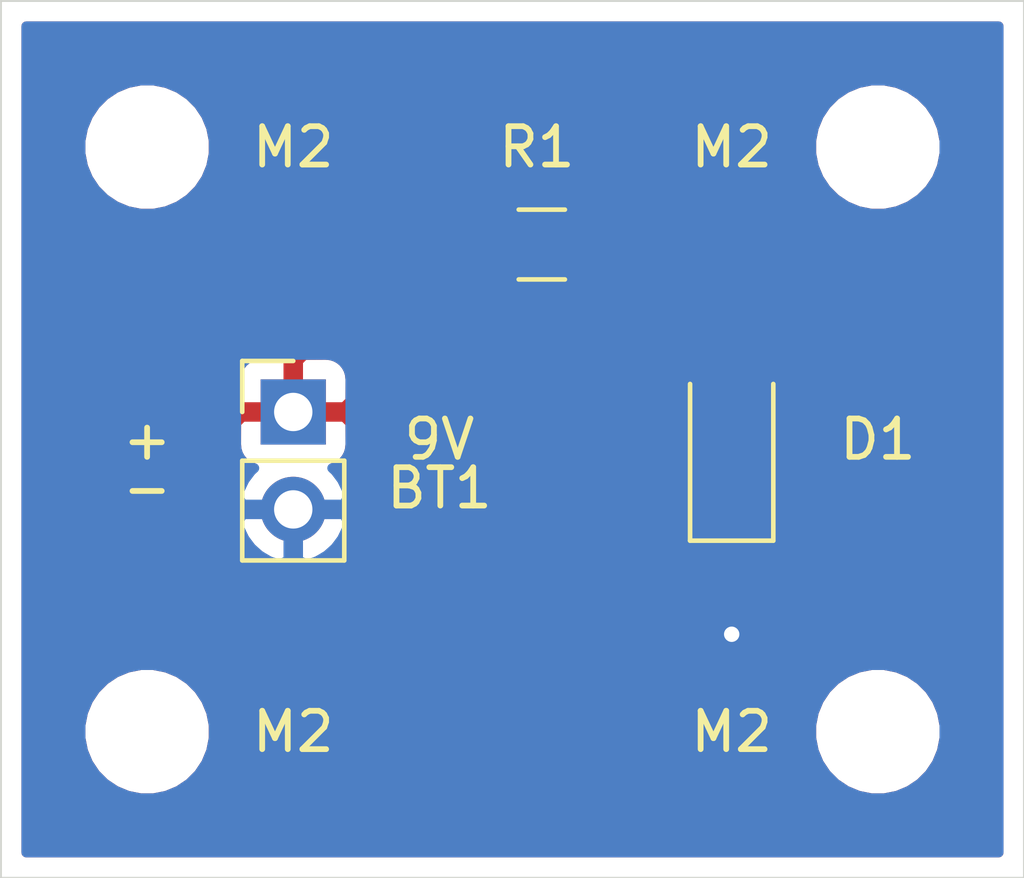
<source format=kicad_pcb>
(kicad_pcb (version 20171130) (host pcbnew 5.1.4-e60b266~84~ubuntu18.04.1)

  (general
    (thickness 1.6)
    (drawings 6)
    (tracks 9)
    (zones 0)
    (modules 7)
    (nets 4)
  )

  (page A4)
  (layers
    (0 F.Cu signal)
    (31 B.Cu signal)
    (32 B.Adhes user)
    (33 F.Adhes user)
    (34 B.Paste user)
    (35 F.Paste user)
    (36 B.SilkS user)
    (37 F.SilkS user)
    (38 B.Mask user)
    (39 F.Mask user)
    (40 Dwgs.User user)
    (41 Cmts.User user)
    (42 Eco1.User user)
    (43 Eco2.User user)
    (44 Edge.Cuts user)
    (45 Margin user)
    (46 B.CrtYd user)
    (47 F.CrtYd user)
    (48 B.Fab user)
    (49 F.Fab user)
  )

  (setup
    (last_trace_width 0.25)
    (trace_clearance 0.2)
    (zone_clearance 0.508)
    (zone_45_only no)
    (trace_min 0.2)
    (via_size 0.8)
    (via_drill 0.4)
    (via_min_size 0.4)
    (via_min_drill 0.3)
    (uvia_size 0.3)
    (uvia_drill 0.1)
    (uvias_allowed no)
    (uvia_min_size 0.2)
    (uvia_min_drill 0.1)
    (edge_width 0.05)
    (segment_width 0.2)
    (pcb_text_width 0.3)
    (pcb_text_size 1.5 1.5)
    (mod_edge_width 0.12)
    (mod_text_size 1 1)
    (mod_text_width 0.15)
    (pad_size 1.524 1.524)
    (pad_drill 0.762)
    (pad_to_mask_clearance 0.051)
    (solder_mask_min_width 0.25)
    (aux_axis_origin 0 0)
    (visible_elements FFFFFF7F)
    (pcbplotparams
      (layerselection 0x010fc_ffffffff)
      (usegerberextensions false)
      (usegerberattributes false)
      (usegerberadvancedattributes false)
      (creategerberjobfile false)
      (excludeedgelayer true)
      (linewidth 0.100000)
      (plotframeref false)
      (viasonmask false)
      (mode 1)
      (useauxorigin false)
      (hpglpennumber 1)
      (hpglpenspeed 20)
      (hpglpendiameter 15.000000)
      (psnegative false)
      (psa4output false)
      (plotreference true)
      (plotvalue true)
      (plotinvisibletext false)
      (padsonsilk false)
      (subtractmaskfromsilk false)
      (outputformat 1)
      (mirror false)
      (drillshape 1)
      (scaleselection 1)
      (outputdirectory ""))
  )

  (net 0 "")
  (net 1 "Net-(BT1-Pad1)")
  (net 2 "Net-(BT1-Pad2)")
  (net 3 "Net-(D1-Pad2)")

  (net_class Default "This is the default net class."
    (clearance 0.2)
    (trace_width 0.25)
    (via_dia 0.8)
    (via_drill 0.4)
    (uvia_dia 0.3)
    (uvia_drill 0.1)
    (add_net "Net-(BT1-Pad1)")
    (add_net "Net-(BT1-Pad2)")
    (add_net "Net-(D1-Pad2)")
  )

  (module MountingHole:MountingHole_2.2mm_M2 (layer F.Cu) (tedit 56D1B4CB) (tstamp 5D9F4E0A)
    (at 127 106.68)
    (descr "Mounting Hole 2.2mm, no annular, M2")
    (tags "mounting hole 2.2mm no annular m2")
    (attr virtual)
    (fp_text reference REF** (at 0 -3.2) (layer F.SilkS) hide
      (effects (font (size 1 1) (thickness 0.15)))
    )
    (fp_text value M2 (at 3.81 0) (layer F.SilkS)
      (effects (font (size 1 1) (thickness 0.15)))
    )
    (fp_text user %R (at 0.3 0) (layer F.Fab) hide
      (effects (font (size 1 1) (thickness 0.15)))
    )
    (fp_circle (center 0 0) (end 2.2 0) (layer Cmts.User) (width 0.15))
    (fp_circle (center 0 0) (end 2.45 0) (layer F.CrtYd) (width 0.05))
    (pad 1 np_thru_hole circle (at 0 0) (size 2.2 2.2) (drill 2.2) (layers *.Cu *.Mask))
  )

  (module MountingHole:MountingHole_2.2mm_M2 (layer F.Cu) (tedit 56D1B4CB) (tstamp 5D9F4E0A)
    (at 146.05 106.68)
    (descr "Mounting Hole 2.2mm, no annular, M2")
    (tags "mounting hole 2.2mm no annular m2")
    (attr virtual)
    (fp_text reference REF** (at 0 -3.2) (layer F.SilkS) hide
      (effects (font (size 1 1) (thickness 0.15)))
    )
    (fp_text value M2 (at -3.81 0) (layer F.SilkS)
      (effects (font (size 1 1) (thickness 0.15)))
    )
    (fp_text user %R (at 0.3 0) (layer F.Fab) hide
      (effects (font (size 1 1) (thickness 0.15)))
    )
    (fp_circle (center 0 0) (end 2.2 0) (layer Cmts.User) (width 0.15))
    (fp_circle (center 0 0) (end 2.45 0) (layer F.CrtYd) (width 0.05))
    (pad 1 np_thru_hole circle (at 0 0) (size 2.2 2.2) (drill 2.2) (layers *.Cu *.Mask))
  )

  (module MountingHole:MountingHole_2.2mm_M2 (layer F.Cu) (tedit 56D1B4CB) (tstamp 5D9F4E0A)
    (at 146.05 91.44)
    (descr "Mounting Hole 2.2mm, no annular, M2")
    (tags "mounting hole 2.2mm no annular m2")
    (attr virtual)
    (fp_text reference REF** (at 0 -3.2) (layer F.SilkS) hide
      (effects (font (size 1 1) (thickness 0.15)))
    )
    (fp_text value M2 (at -3.81 0) (layer F.SilkS)
      (effects (font (size 1 1) (thickness 0.15)))
    )
    (fp_text user %R (at 0.3 0) (layer F.Fab) hide
      (effects (font (size 1 1) (thickness 0.15)))
    )
    (fp_circle (center 0 0) (end 2.2 0) (layer Cmts.User) (width 0.15))
    (fp_circle (center 0 0) (end 2.45 0) (layer F.CrtYd) (width 0.05))
    (pad 1 np_thru_hole circle (at 0 0) (size 2.2 2.2) (drill 2.2) (layers *.Cu *.Mask))
  )

  (module MountingHole:MountingHole_2.2mm_M2 (layer B.Cu) (tedit 56D1B4CB) (tstamp 5D9F556C)
    (at 127 91.44)
    (descr "Mounting Hole 2.2mm, no annular, M2")
    (tags "mounting hole 2.2mm no annular m2")
    (attr virtual)
    (fp_text reference REF** (at 0 3.2) (layer B.SilkS) hide
      (effects (font (size 1 1) (thickness 0.15)) (justify mirror))
    )
    (fp_text value M2 (at 3.81 0) (layer F.SilkS)
      (effects (font (size 1 1) (thickness 0.15)))
    )
    (fp_circle (center 0 0) (end 2.45 0) (layer B.CrtYd) (width 0.05))
    (fp_circle (center 0 0) (end 2.2 0) (layer Cmts.User) (width 0.15))
    (fp_text user %R (at 0.3 0) (layer B.Fab) hide
      (effects (font (size 1 1) (thickness 0.15)) (justify mirror))
    )
    (pad 1 np_thru_hole circle (at 0 0) (size 2.2 2.2) (drill 2.2) (layers *.Cu *.Mask))
  )

  (module Connector_PinHeader_2.54mm:PinHeader_1x02_P2.54mm_Vertical (layer F.Cu) (tedit 59FED5CC) (tstamp 5D9F540F)
    (at 130.81 98.345001)
    (descr "Through hole straight pin header, 1x02, 2.54mm pitch, single row")
    (tags "Through hole pin header THT 1x02 2.54mm single row")
    (path /5D9F0396)
    (fp_text reference BT1 (at 3.81 1.984999) (layer F.SilkS)
      (effects (font (size 1 1) (thickness 0.15)))
    )
    (fp_text value 9V (at 3.81 0.714999) (layer F.SilkS)
      (effects (font (size 1 1) (thickness 0.15)))
    )
    (fp_line (start -0.635 -1.27) (end 1.27 -1.27) (layer F.Fab) (width 0.1))
    (fp_line (start 1.27 -1.27) (end 1.27 3.81) (layer F.Fab) (width 0.1))
    (fp_line (start 1.27 3.81) (end -1.27 3.81) (layer F.Fab) (width 0.1))
    (fp_line (start -1.27 3.81) (end -1.27 -0.635) (layer F.Fab) (width 0.1))
    (fp_line (start -1.27 -0.635) (end -0.635 -1.27) (layer F.Fab) (width 0.1))
    (fp_line (start -1.33 3.87) (end 1.33 3.87) (layer F.SilkS) (width 0.12))
    (fp_line (start -1.33 1.27) (end -1.33 3.87) (layer F.SilkS) (width 0.12))
    (fp_line (start 1.33 1.27) (end 1.33 3.87) (layer F.SilkS) (width 0.12))
    (fp_line (start -1.33 1.27) (end 1.33 1.27) (layer F.SilkS) (width 0.12))
    (fp_line (start -1.33 0) (end -1.33 -1.33) (layer F.SilkS) (width 0.12))
    (fp_line (start -1.33 -1.33) (end 0 -1.33) (layer F.SilkS) (width 0.12))
    (fp_line (start -1.8 -1.8) (end -1.8 4.35) (layer F.CrtYd) (width 0.05))
    (fp_line (start -1.8 4.35) (end 1.8 4.35) (layer F.CrtYd) (width 0.05))
    (fp_line (start 1.8 4.35) (end 1.8 -1.8) (layer F.CrtYd) (width 0.05))
    (fp_line (start 1.8 -1.8) (end -1.8 -1.8) (layer F.CrtYd) (width 0.05))
    (fp_text user %R (at 0 1.27 90) (layer F.Fab) hide
      (effects (font (size 1 1) (thickness 0.15)))
    )
    (pad 1 thru_hole rect (at 0 0) (size 1.7 1.7) (drill 1) (layers *.Cu *.Mask)
      (net 1 "Net-(BT1-Pad1)"))
    (pad 2 thru_hole oval (at 0 2.54) (size 1.7 1.7) (drill 1) (layers *.Cu *.Mask)
      (net 2 "Net-(BT1-Pad2)"))
    (model ${KISYS3DMOD}/Connector_PinHeader_2.54mm.3dshapes/PinHeader_1x02_P2.54mm_Vertical.wrl
      (at (xyz 0 0 0))
      (scale (xyz 1 1 1))
      (rotate (xyz 0 0 0))
    )
  )

  (module LED_SMD:LED_1206_3216Metric_Castellated (layer F.Cu) (tedit 5B301BBE) (tstamp 5D9F5314)
    (at 142.24 99.215 90)
    (descr "LED SMD 1206 (3216 Metric), castellated end terminal, IPC_7351 nominal, (Body size source: http://www.tortai-tech.com/upload/download/2011102023233369053.pdf), generated with kicad-footprint-generator")
    (tags "LED castellated")
    (path /5D9EF8D8)
    (attr smd)
    (fp_text reference D1 (at 0.155 3.81 180) (layer F.SilkS)
      (effects (font (size 1 1) (thickness 0.15)))
    )
    (fp_text value LED (at 0 3.81 180) (layer F.Fab) hide
      (effects (font (size 1 1) (thickness 0.15)))
    )
    (fp_line (start 1.6 -0.8) (end -1.2 -0.8) (layer F.Fab) (width 0.1))
    (fp_line (start -1.2 -0.8) (end -1.6 -0.4) (layer F.Fab) (width 0.1))
    (fp_line (start -1.6 -0.4) (end -1.6 0.8) (layer F.Fab) (width 0.1))
    (fp_line (start -1.6 0.8) (end 1.6 0.8) (layer F.Fab) (width 0.1))
    (fp_line (start 1.6 0.8) (end 1.6 -0.8) (layer F.Fab) (width 0.1))
    (fp_line (start 1.6 -1.085) (end -2.485 -1.085) (layer F.SilkS) (width 0.12))
    (fp_line (start -2.485 -1.085) (end -2.485 1.085) (layer F.SilkS) (width 0.12))
    (fp_line (start -2.485 1.085) (end 1.6 1.085) (layer F.SilkS) (width 0.12))
    (fp_line (start -2.48 1.08) (end -2.48 -1.08) (layer F.CrtYd) (width 0.05))
    (fp_line (start -2.48 -1.08) (end 2.48 -1.08) (layer F.CrtYd) (width 0.05))
    (fp_line (start 2.48 -1.08) (end 2.48 1.08) (layer F.CrtYd) (width 0.05))
    (fp_line (start 2.48 1.08) (end -2.48 1.08) (layer F.CrtYd) (width 0.05))
    (fp_text user %R (at 0 0 90) (layer F.Fab) hide
      (effects (font (size 0.8 0.8) (thickness 0.12)))
    )
    (pad 1 smd roundrect (at -1.425 0 90) (size 1.6 1.65) (layers F.Cu F.Paste F.Mask) (roundrect_rratio 0.15625)
      (net 2 "Net-(BT1-Pad2)"))
    (pad 2 smd roundrect (at 1.425 0 90) (size 1.6 1.65) (layers F.Cu F.Paste F.Mask) (roundrect_rratio 0.15625)
      (net 3 "Net-(D1-Pad2)"))
    (model ${KISYS3DMOD}/LED_SMD.3dshapes/LED_1206_3216Metric_Castellated.wrl
      (at (xyz 0 0 0))
      (scale (xyz 1 1 1))
      (rotate (xyz 0 0 0))
    )
  )

  (module Resistor_SMD:R_1206_3216Metric (layer F.Cu) (tedit 5B301BBD) (tstamp 5D9F4679)
    (at 137.29 93.98 180)
    (descr "Resistor SMD 1206 (3216 Metric), square (rectangular) end terminal, IPC_7351 nominal, (Body size source: http://www.tortai-tech.com/upload/download/2011102023233369053.pdf), generated with kicad-footprint-generator")
    (tags resistor)
    (path /5D9EEF0E)
    (attr smd)
    (fp_text reference R1 (at 0.13 2.54 180) (layer F.SilkS)
      (effects (font (size 1 1) (thickness 0.15)))
    )
    (fp_text value 470 (at 0.13 2.54) (layer F.Fab)
      (effects (font (size 1 1) (thickness 0.15)))
    )
    (fp_line (start -1.6 0.8) (end -1.6 -0.8) (layer F.Fab) (width 0.1))
    (fp_line (start -1.6 -0.8) (end 1.6 -0.8) (layer F.Fab) (width 0.1))
    (fp_line (start 1.6 -0.8) (end 1.6 0.8) (layer F.Fab) (width 0.1))
    (fp_line (start 1.6 0.8) (end -1.6 0.8) (layer F.Fab) (width 0.1))
    (fp_line (start -0.602064 -0.91) (end 0.602064 -0.91) (layer F.SilkS) (width 0.12))
    (fp_line (start -0.602064 0.91) (end 0.602064 0.91) (layer F.SilkS) (width 0.12))
    (fp_line (start -2.28 1.12) (end -2.28 -1.12) (layer F.CrtYd) (width 0.05))
    (fp_line (start -2.28 -1.12) (end 2.28 -1.12) (layer F.CrtYd) (width 0.05))
    (fp_line (start 2.28 -1.12) (end 2.28 1.12) (layer F.CrtYd) (width 0.05))
    (fp_line (start 2.28 1.12) (end -2.28 1.12) (layer F.CrtYd) (width 0.05))
    (fp_text user %R (at 0 0) (layer F.Fab) hide
      (effects (font (size 0.8 0.8) (thickness 0.12)))
    )
    (pad 1 smd roundrect (at -1.4 0 180) (size 1.25 1.75) (layers F.Cu F.Paste F.Mask) (roundrect_rratio 0.2)
      (net 3 "Net-(D1-Pad2)"))
    (pad 2 smd roundrect (at 1.4 0 180) (size 1.25 1.75) (layers F.Cu F.Paste F.Mask) (roundrect_rratio 0.2)
      (net 1 "Net-(BT1-Pad1)"))
    (model ${KISYS3DMOD}/Resistor_SMD.3dshapes/R_1206_3216Metric.wrl
      (at (xyz 0 0 0))
      (scale (xyz 1 1 1))
      (rotate (xyz 0 0 0))
    )
  )

  (gr_text - (at 127 100.33) (layer F.SilkS)
    (effects (font (size 1 1) (thickness 0.15)))
  )
  (gr_text + (at 127 99.06) (layer F.SilkS) (tstamp 5D9F552A)
    (effects (font (size 1 1) (thickness 0.15)))
  )
  (gr_line (start 123.19 87.63) (end 149.86 87.63) (layer Edge.Cuts) (width 0.05) (tstamp 5D9F5042))
  (gr_line (start 123.19 110.49) (end 123.19 87.63) (layer Edge.Cuts) (width 0.05))
  (gr_line (start 149.86 110.49) (end 123.19 110.49) (layer Edge.Cuts) (width 0.05))
  (gr_line (start 149.86 87.63) (end 149.86 110.49) (layer Edge.Cuts) (width 0.05))

  (segment (start 130.81 98.345001) (end 130.81 93.98) (width 0.5) (layer F.Cu) (net 1))
  (segment (start 130.81 93.98) (end 135.89 93.98) (width 0.5) (layer F.Cu) (net 1))
  (segment (start 130.81 100.885001) (end 130.81 104.14) (width 0.5) (layer B.Cu) (net 2))
  (segment (start 130.81 104.14) (end 142.24 104.14) (width 0.5) (layer B.Cu) (net 2))
  (segment (start 142.24 104.14) (end 142.24 104.14) (width 0.5) (layer B.Cu) (net 2) (tstamp 5D9F4B2F))
  (via (at 142.24 104.14) (size 0.8) (drill 0.4) (layers F.Cu B.Cu) (net 2))
  (segment (start 142.24 100.64) (end 142.24 104.14) (width 0.5) (layer F.Cu) (net 2))
  (segment (start 138.69 93.98) (end 142.24 93.98) (width 0.5) (layer F.Cu) (net 3))
  (segment (start 142.24 93.98) (end 142.24 97.79) (width 0.5) (layer F.Cu) (net 3))

  (zone (net 2) (net_name "Net-(BT1-Pad2)") (layer B.Cu) (tstamp 0) (hatch edge 0.508)
    (connect_pads (clearance 0.508))
    (min_thickness 0.254)
    (fill yes (arc_segments 32) (thermal_gap 0.508) (thermal_bridge_width 0.508))
    (polygon
      (pts
        (xy 123.19 87.63) (xy 149.86 87.63) (xy 149.86 110.49) (xy 123.19 110.49)
      )
    )
    (filled_polygon
      (pts
        (xy 149.200001 109.83) (xy 123.85 109.83) (xy 123.85 106.509117) (xy 125.265 106.509117) (xy 125.265 106.850883)
        (xy 125.331675 107.186081) (xy 125.462463 107.501831) (xy 125.652337 107.785998) (xy 125.894002 108.027663) (xy 126.178169 108.217537)
        (xy 126.493919 108.348325) (xy 126.829117 108.415) (xy 127.170883 108.415) (xy 127.506081 108.348325) (xy 127.821831 108.217537)
        (xy 128.105998 108.027663) (xy 128.347663 107.785998) (xy 128.537537 107.501831) (xy 128.668325 107.186081) (xy 128.735 106.850883)
        (xy 128.735 106.509117) (xy 144.315 106.509117) (xy 144.315 106.850883) (xy 144.381675 107.186081) (xy 144.512463 107.501831)
        (xy 144.702337 107.785998) (xy 144.944002 108.027663) (xy 145.228169 108.217537) (xy 145.543919 108.348325) (xy 145.879117 108.415)
        (xy 146.220883 108.415) (xy 146.556081 108.348325) (xy 146.871831 108.217537) (xy 147.155998 108.027663) (xy 147.397663 107.785998)
        (xy 147.587537 107.501831) (xy 147.718325 107.186081) (xy 147.785 106.850883) (xy 147.785 106.509117) (xy 147.718325 106.173919)
        (xy 147.587537 105.858169) (xy 147.397663 105.574002) (xy 147.155998 105.332337) (xy 146.871831 105.142463) (xy 146.556081 105.011675)
        (xy 146.220883 104.945) (xy 145.879117 104.945) (xy 145.543919 105.011675) (xy 145.228169 105.142463) (xy 144.944002 105.332337)
        (xy 144.702337 105.574002) (xy 144.512463 105.858169) (xy 144.381675 106.173919) (xy 144.315 106.509117) (xy 128.735 106.509117)
        (xy 128.668325 106.173919) (xy 128.537537 105.858169) (xy 128.347663 105.574002) (xy 128.105998 105.332337) (xy 127.821831 105.142463)
        (xy 127.506081 105.011675) (xy 127.170883 104.945) (xy 126.829117 104.945) (xy 126.493919 105.011675) (xy 126.178169 105.142463)
        (xy 125.894002 105.332337) (xy 125.652337 105.574002) (xy 125.462463 105.858169) (xy 125.331675 106.173919) (xy 125.265 106.509117)
        (xy 123.85 106.509117) (xy 123.85 101.241891) (xy 129.368524 101.241891) (xy 129.413175 101.3891) (xy 129.538359 101.651921)
        (xy 129.712412 101.88527) (xy 129.928645 102.080179) (xy 130.178748 102.229158) (xy 130.453109 102.326482) (xy 130.683 102.205815)
        (xy 130.683 101.012001) (xy 130.937 101.012001) (xy 130.937 102.205815) (xy 131.166891 102.326482) (xy 131.441252 102.229158)
        (xy 131.691355 102.080179) (xy 131.907588 101.88527) (xy 132.081641 101.651921) (xy 132.206825 101.3891) (xy 132.251476 101.241891)
        (xy 132.130155 101.012001) (xy 130.937 101.012001) (xy 130.683 101.012001) (xy 129.489845 101.012001) (xy 129.368524 101.241891)
        (xy 123.85 101.241891) (xy 123.85 97.495001) (xy 129.321928 97.495001) (xy 129.321928 99.195001) (xy 129.334188 99.319483)
        (xy 129.370498 99.439181) (xy 129.429463 99.549495) (xy 129.508815 99.646186) (xy 129.605506 99.725538) (xy 129.71582 99.784503)
        (xy 129.796466 99.808967) (xy 129.712412 99.884732) (xy 129.538359 100.118081) (xy 129.413175 100.380902) (xy 129.368524 100.528111)
        (xy 129.489845 100.758001) (xy 130.683 100.758001) (xy 130.683 100.738001) (xy 130.937 100.738001) (xy 130.937 100.758001)
        (xy 132.130155 100.758001) (xy 132.251476 100.528111) (xy 132.206825 100.380902) (xy 132.081641 100.118081) (xy 131.907588 99.884732)
        (xy 131.823534 99.808967) (xy 131.90418 99.784503) (xy 132.014494 99.725538) (xy 132.111185 99.646186) (xy 132.190537 99.549495)
        (xy 132.249502 99.439181) (xy 132.285812 99.319483) (xy 132.298072 99.195001) (xy 132.298072 97.495001) (xy 132.285812 97.370519)
        (xy 132.249502 97.250821) (xy 132.190537 97.140507) (xy 132.111185 97.043816) (xy 132.014494 96.964464) (xy 131.90418 96.905499)
        (xy 131.784482 96.869189) (xy 131.66 96.856929) (xy 129.96 96.856929) (xy 129.835518 96.869189) (xy 129.71582 96.905499)
        (xy 129.605506 96.964464) (xy 129.508815 97.043816) (xy 129.429463 97.140507) (xy 129.370498 97.250821) (xy 129.334188 97.370519)
        (xy 129.321928 97.495001) (xy 123.85 97.495001) (xy 123.85 91.269117) (xy 125.265 91.269117) (xy 125.265 91.610883)
        (xy 125.331675 91.946081) (xy 125.462463 92.261831) (xy 125.652337 92.545998) (xy 125.894002 92.787663) (xy 126.178169 92.977537)
        (xy 126.493919 93.108325) (xy 126.829117 93.175) (xy 127.170883 93.175) (xy 127.506081 93.108325) (xy 127.821831 92.977537)
        (xy 128.105998 92.787663) (xy 128.347663 92.545998) (xy 128.537537 92.261831) (xy 128.668325 91.946081) (xy 128.735 91.610883)
        (xy 128.735 91.269117) (xy 144.315 91.269117) (xy 144.315 91.610883) (xy 144.381675 91.946081) (xy 144.512463 92.261831)
        (xy 144.702337 92.545998) (xy 144.944002 92.787663) (xy 145.228169 92.977537) (xy 145.543919 93.108325) (xy 145.879117 93.175)
        (xy 146.220883 93.175) (xy 146.556081 93.108325) (xy 146.871831 92.977537) (xy 147.155998 92.787663) (xy 147.397663 92.545998)
        (xy 147.587537 92.261831) (xy 147.718325 91.946081) (xy 147.785 91.610883) (xy 147.785 91.269117) (xy 147.718325 90.933919)
        (xy 147.587537 90.618169) (xy 147.397663 90.334002) (xy 147.155998 90.092337) (xy 146.871831 89.902463) (xy 146.556081 89.771675)
        (xy 146.220883 89.705) (xy 145.879117 89.705) (xy 145.543919 89.771675) (xy 145.228169 89.902463) (xy 144.944002 90.092337)
        (xy 144.702337 90.334002) (xy 144.512463 90.618169) (xy 144.381675 90.933919) (xy 144.315 91.269117) (xy 128.735 91.269117)
        (xy 128.668325 90.933919) (xy 128.537537 90.618169) (xy 128.347663 90.334002) (xy 128.105998 90.092337) (xy 127.821831 89.902463)
        (xy 127.506081 89.771675) (xy 127.170883 89.705) (xy 126.829117 89.705) (xy 126.493919 89.771675) (xy 126.178169 89.902463)
        (xy 125.894002 90.092337) (xy 125.652337 90.334002) (xy 125.462463 90.618169) (xy 125.331675 90.933919) (xy 125.265 91.269117)
        (xy 123.85 91.269117) (xy 123.85 88.29) (xy 149.2 88.29)
      )
    )
  )
  (zone (net 1) (net_name "Net-(BT1-Pad1)") (layer F.Cu) (tstamp 0) (hatch edge 0.508)
    (connect_pads (clearance 0.508))
    (min_thickness 0.254)
    (fill yes (arc_segments 32) (thermal_gap 0.508) (thermal_bridge_width 0.508))
    (polygon
      (pts
        (xy 123.19 87.63) (xy 149.86 87.63) (xy 149.86 110.49) (xy 123.19 110.49)
      )
    )
    (filled_polygon
      (pts
        (xy 149.200001 109.83) (xy 123.85 109.83) (xy 123.85 106.509117) (xy 125.265 106.509117) (xy 125.265 106.850883)
        (xy 125.331675 107.186081) (xy 125.462463 107.501831) (xy 125.652337 107.785998) (xy 125.894002 108.027663) (xy 126.178169 108.217537)
        (xy 126.493919 108.348325) (xy 126.829117 108.415) (xy 127.170883 108.415) (xy 127.506081 108.348325) (xy 127.821831 108.217537)
        (xy 128.105998 108.027663) (xy 128.347663 107.785998) (xy 128.537537 107.501831) (xy 128.668325 107.186081) (xy 128.735 106.850883)
        (xy 128.735 106.509117) (xy 144.315 106.509117) (xy 144.315 106.850883) (xy 144.381675 107.186081) (xy 144.512463 107.501831)
        (xy 144.702337 107.785998) (xy 144.944002 108.027663) (xy 145.228169 108.217537) (xy 145.543919 108.348325) (xy 145.879117 108.415)
        (xy 146.220883 108.415) (xy 146.556081 108.348325) (xy 146.871831 108.217537) (xy 147.155998 108.027663) (xy 147.397663 107.785998)
        (xy 147.587537 107.501831) (xy 147.718325 107.186081) (xy 147.785 106.850883) (xy 147.785 106.509117) (xy 147.718325 106.173919)
        (xy 147.587537 105.858169) (xy 147.397663 105.574002) (xy 147.155998 105.332337) (xy 146.871831 105.142463) (xy 146.556081 105.011675)
        (xy 146.220883 104.945) (xy 145.879117 104.945) (xy 145.543919 105.011675) (xy 145.228169 105.142463) (xy 144.944002 105.332337)
        (xy 144.702337 105.574002) (xy 144.512463 105.858169) (xy 144.381675 106.173919) (xy 144.315 106.509117) (xy 128.735 106.509117)
        (xy 128.668325 106.173919) (xy 128.537537 105.858169) (xy 128.347663 105.574002) (xy 128.105998 105.332337) (xy 127.821831 105.142463)
        (xy 127.506081 105.011675) (xy 127.170883 104.945) (xy 126.829117 104.945) (xy 126.493919 105.011675) (xy 126.178169 105.142463)
        (xy 125.894002 105.332337) (xy 125.652337 105.574002) (xy 125.462463 105.858169) (xy 125.331675 106.173919) (xy 125.265 106.509117)
        (xy 123.85 106.509117) (xy 123.85 100.885001) (xy 129.317815 100.885001) (xy 129.346487 101.176112) (xy 129.431401 101.456035)
        (xy 129.569294 101.714015) (xy 129.754866 101.940135) (xy 129.980986 102.125707) (xy 130.238966 102.2636) (xy 130.518889 102.348514)
        (xy 130.73705 102.370001) (xy 130.88295 102.370001) (xy 131.101111 102.348514) (xy 131.381034 102.2636) (xy 131.639014 102.125707)
        (xy 131.865134 101.940135) (xy 132.050706 101.714015) (xy 132.188599 101.456035) (xy 132.273513 101.176112) (xy 132.302185 100.885001)
        (xy 132.273513 100.59389) (xy 132.188599 100.313967) (xy 132.050706 100.055987) (xy 131.865134 99.829867) (xy 131.835313 99.805394)
        (xy 131.90418 99.784503) (xy 132.014494 99.725538) (xy 132.111185 99.646186) (xy 132.190537 99.549495) (xy 132.249502 99.439181)
        (xy 132.285812 99.319483) (xy 132.298072 99.195001) (xy 132.295 98.630751) (xy 132.13625 98.472001) (xy 130.937 98.472001)
        (xy 130.937 98.492001) (xy 130.683 98.492001) (xy 130.683 98.472001) (xy 129.48375 98.472001) (xy 129.325 98.630751)
        (xy 129.321928 99.195001) (xy 129.334188 99.319483) (xy 129.370498 99.439181) (xy 129.429463 99.549495) (xy 129.508815 99.646186)
        (xy 129.605506 99.725538) (xy 129.71582 99.784503) (xy 129.784687 99.805394) (xy 129.754866 99.829867) (xy 129.569294 100.055987)
        (xy 129.431401 100.313967) (xy 129.346487 100.59389) (xy 129.317815 100.885001) (xy 123.85 100.885001) (xy 123.85 97.495001)
        (xy 129.321928 97.495001) (xy 129.325 98.059251) (xy 129.48375 98.218001) (xy 130.683 98.218001) (xy 130.683 97.018751)
        (xy 130.937 97.018751) (xy 130.937 98.218001) (xy 132.13625 98.218001) (xy 132.295 98.059251) (xy 132.298072 97.495001)
        (xy 132.285812 97.370519) (xy 132.249502 97.250821) (xy 132.190537 97.140507) (xy 132.111185 97.043816) (xy 132.014494 96.964464)
        (xy 131.90418 96.905499) (xy 131.784482 96.869189) (xy 131.66 96.856929) (xy 131.09575 96.860001) (xy 130.937 97.018751)
        (xy 130.683 97.018751) (xy 130.52425 96.860001) (xy 129.96 96.856929) (xy 129.835518 96.869189) (xy 129.71582 96.905499)
        (xy 129.605506 96.964464) (xy 129.508815 97.043816) (xy 129.429463 97.140507) (xy 129.370498 97.250821) (xy 129.334188 97.370519)
        (xy 129.321928 97.495001) (xy 123.85 97.495001) (xy 123.85 94.855) (xy 134.626928 94.855) (xy 134.639188 94.979482)
        (xy 134.675498 95.09918) (xy 134.734463 95.209494) (xy 134.813815 95.306185) (xy 134.910506 95.385537) (xy 135.02082 95.444502)
        (xy 135.140518 95.480812) (xy 135.265 95.493072) (xy 135.60425 95.49) (xy 135.763 95.33125) (xy 135.763 94.107)
        (xy 136.017 94.107) (xy 136.017 95.33125) (xy 136.17575 95.49) (xy 136.515 95.493072) (xy 136.639482 95.480812)
        (xy 136.75918 95.444502) (xy 136.869494 95.385537) (xy 136.966185 95.306185) (xy 137.045537 95.209494) (xy 137.104502 95.09918)
        (xy 137.140812 94.979482) (xy 137.153072 94.855) (xy 137.15 94.26575) (xy 136.99125 94.107) (xy 136.017 94.107)
        (xy 135.763 94.107) (xy 134.78875 94.107) (xy 134.63 94.26575) (xy 134.626928 94.855) (xy 123.85 94.855)
        (xy 123.85 91.269117) (xy 125.265 91.269117) (xy 125.265 91.610883) (xy 125.331675 91.946081) (xy 125.462463 92.261831)
        (xy 125.652337 92.545998) (xy 125.894002 92.787663) (xy 126.178169 92.977537) (xy 126.493919 93.108325) (xy 126.829117 93.175)
        (xy 127.170883 93.175) (xy 127.506081 93.108325) (xy 127.514108 93.105) (xy 134.626928 93.105) (xy 134.63 93.69425)
        (xy 134.78875 93.853) (xy 135.763 93.853) (xy 135.763 92.62875) (xy 136.017 92.62875) (xy 136.017 93.853)
        (xy 136.99125 93.853) (xy 137.15 93.69425) (xy 137.151768 93.355) (xy 137.426928 93.355) (xy 137.426928 94.605)
        (xy 137.443992 94.778254) (xy 137.494528 94.94485) (xy 137.576595 95.098386) (xy 137.687038 95.232962) (xy 137.821614 95.343405)
        (xy 137.97515 95.425472) (xy 138.141746 95.476008) (xy 138.315 95.493072) (xy 139.065 95.493072) (xy 139.238254 95.476008)
        (xy 139.40485 95.425472) (xy 139.558386 95.343405) (xy 139.692962 95.232962) (xy 139.803405 95.098386) (xy 139.885472 94.94485)
        (xy 139.909694 94.865) (xy 141.355 94.865) (xy 141.355001 96.410473) (xy 141.32515 96.419528) (xy 141.171614 96.501595)
        (xy 141.037038 96.612038) (xy 140.926595 96.746614) (xy 140.844528 96.90015) (xy 140.793992 97.066746) (xy 140.776928 97.24)
        (xy 140.776928 98.34) (xy 140.793992 98.513254) (xy 140.844528 98.67985) (xy 140.926595 98.833386) (xy 141.037038 98.967962)
        (xy 141.171614 99.078405) (xy 141.32515 99.160472) (xy 141.491746 99.211008) (xy 141.532278 99.215) (xy 141.491746 99.218992)
        (xy 141.32515 99.269528) (xy 141.171614 99.351595) (xy 141.037038 99.462038) (xy 140.926595 99.596614) (xy 140.844528 99.75015)
        (xy 140.793992 99.916746) (xy 140.776928 100.09) (xy 140.776928 101.19) (xy 140.793992 101.363254) (xy 140.844528 101.52985)
        (xy 140.926595 101.683386) (xy 141.037038 101.817962) (xy 141.171614 101.928405) (xy 141.32515 102.010472) (xy 141.355 102.019527)
        (xy 141.355001 103.601544) (xy 141.322795 103.649744) (xy 141.244774 103.838102) (xy 141.205 104.038061) (xy 141.205 104.241939)
        (xy 141.244774 104.441898) (xy 141.322795 104.630256) (xy 141.436063 104.799774) (xy 141.580226 104.943937) (xy 141.749744 105.057205)
        (xy 141.938102 105.135226) (xy 142.138061 105.175) (xy 142.341939 105.175) (xy 142.541898 105.135226) (xy 142.730256 105.057205)
        (xy 142.899774 104.943937) (xy 143.043937 104.799774) (xy 143.157205 104.630256) (xy 143.235226 104.441898) (xy 143.275 104.241939)
        (xy 143.275 104.038061) (xy 143.235226 103.838102) (xy 143.157205 103.649744) (xy 143.125 103.601546) (xy 143.125 102.019527)
        (xy 143.15485 102.010472) (xy 143.308386 101.928405) (xy 143.442962 101.817962) (xy 143.553405 101.683386) (xy 143.635472 101.52985)
        (xy 143.686008 101.363254) (xy 143.703072 101.19) (xy 143.703072 100.09) (xy 143.686008 99.916746) (xy 143.635472 99.75015)
        (xy 143.553405 99.596614) (xy 143.442962 99.462038) (xy 143.308386 99.351595) (xy 143.15485 99.269528) (xy 142.988254 99.218992)
        (xy 142.947722 99.215) (xy 142.988254 99.211008) (xy 143.15485 99.160472) (xy 143.308386 99.078405) (xy 143.442962 98.967962)
        (xy 143.553405 98.833386) (xy 143.635472 98.67985) (xy 143.686008 98.513254) (xy 143.703072 98.34) (xy 143.703072 97.24)
        (xy 143.686008 97.066746) (xy 143.635472 96.90015) (xy 143.553405 96.746614) (xy 143.442962 96.612038) (xy 143.308386 96.501595)
        (xy 143.15485 96.419528) (xy 143.125 96.410473) (xy 143.125 94.023477) (xy 143.129282 93.98) (xy 143.112195 93.80651)
        (xy 143.061589 93.639687) (xy 142.979411 93.485941) (xy 142.868817 93.351183) (xy 142.734059 93.240589) (xy 142.580313 93.158411)
        (xy 142.41349 93.107805) (xy 142.283477 93.095) (xy 142.283476 93.095) (xy 142.24 93.090718) (xy 142.196523 93.095)
        (xy 139.909694 93.095) (xy 139.885472 93.01515) (xy 139.803405 92.861614) (xy 139.692962 92.727038) (xy 139.558386 92.616595)
        (xy 139.40485 92.534528) (xy 139.238254 92.483992) (xy 139.065 92.466928) (xy 138.315 92.466928) (xy 138.141746 92.483992)
        (xy 137.97515 92.534528) (xy 137.821614 92.616595) (xy 137.687038 92.727038) (xy 137.576595 92.861614) (xy 137.494528 93.01515)
        (xy 137.443992 93.181746) (xy 137.426928 93.355) (xy 137.151768 93.355) (xy 137.153072 93.105) (xy 137.140812 92.980518)
        (xy 137.104502 92.86082) (xy 137.045537 92.750506) (xy 136.966185 92.653815) (xy 136.869494 92.574463) (xy 136.75918 92.515498)
        (xy 136.639482 92.479188) (xy 136.515 92.466928) (xy 136.17575 92.47) (xy 136.017 92.62875) (xy 135.763 92.62875)
        (xy 135.60425 92.47) (xy 135.265 92.466928) (xy 135.140518 92.479188) (xy 135.02082 92.515498) (xy 134.910506 92.574463)
        (xy 134.813815 92.653815) (xy 134.734463 92.750506) (xy 134.675498 92.86082) (xy 134.639188 92.980518) (xy 134.626928 93.105)
        (xy 127.514108 93.105) (xy 127.821831 92.977537) (xy 128.105998 92.787663) (xy 128.347663 92.545998) (xy 128.537537 92.261831)
        (xy 128.668325 91.946081) (xy 128.735 91.610883) (xy 128.735 91.269117) (xy 144.315 91.269117) (xy 144.315 91.610883)
        (xy 144.381675 91.946081) (xy 144.512463 92.261831) (xy 144.702337 92.545998) (xy 144.944002 92.787663) (xy 145.228169 92.977537)
        (xy 145.543919 93.108325) (xy 145.879117 93.175) (xy 146.220883 93.175) (xy 146.556081 93.108325) (xy 146.871831 92.977537)
        (xy 147.155998 92.787663) (xy 147.397663 92.545998) (xy 147.587537 92.261831) (xy 147.718325 91.946081) (xy 147.785 91.610883)
        (xy 147.785 91.269117) (xy 147.718325 90.933919) (xy 147.587537 90.618169) (xy 147.397663 90.334002) (xy 147.155998 90.092337)
        (xy 146.871831 89.902463) (xy 146.556081 89.771675) (xy 146.220883 89.705) (xy 145.879117 89.705) (xy 145.543919 89.771675)
        (xy 145.228169 89.902463) (xy 144.944002 90.092337) (xy 144.702337 90.334002) (xy 144.512463 90.618169) (xy 144.381675 90.933919)
        (xy 144.315 91.269117) (xy 128.735 91.269117) (xy 128.668325 90.933919) (xy 128.537537 90.618169) (xy 128.347663 90.334002)
        (xy 128.105998 90.092337) (xy 127.821831 89.902463) (xy 127.506081 89.771675) (xy 127.170883 89.705) (xy 126.829117 89.705)
        (xy 126.493919 89.771675) (xy 126.178169 89.902463) (xy 125.894002 90.092337) (xy 125.652337 90.334002) (xy 125.462463 90.618169)
        (xy 125.331675 90.933919) (xy 125.265 91.269117) (xy 123.85 91.269117) (xy 123.85 88.29) (xy 149.2 88.29)
      )
    )
  )
)

</source>
